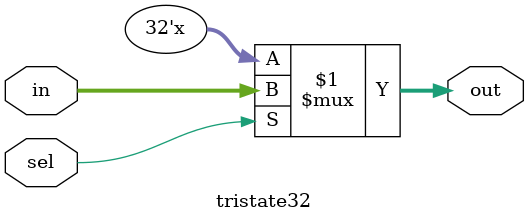
<source format=v>
module tristate32(out, in, sel);
    input [31:0] in;
    output [31:0] out;
    input sel;

    assign out[31:0] = sel ? in[31:0] : 32'bz;

endmodule
</source>
